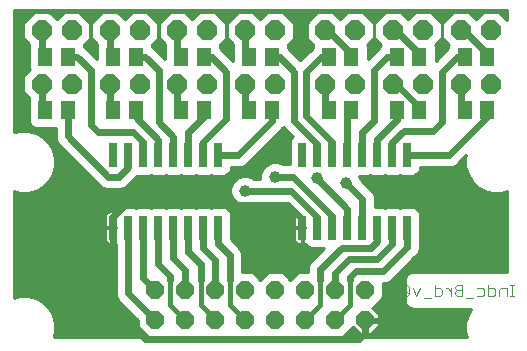
<source format=gbl>
G75*
G70*
%OFA0B0*%
%FSLAX24Y24*%
%IPPOS*%
%LPD*%
%AMOC8*
5,1,8,0,0,1.08239X$1,22.5*
%
%ADD10C,0.0030*%
%ADD11OC8,0.0660*%
%ADD12R,0.0260X0.0800*%
%ADD13R,0.0512X0.0630*%
%ADD14OC8,0.0600*%
%ADD15C,0.0240*%
%ADD16C,0.0100*%
%ADD17C,0.0160*%
%ADD18C,0.0396*%
D10*
X013586Y002289D02*
X013648Y002227D01*
X013771Y002227D01*
X013833Y002289D01*
X013586Y002536D01*
X013586Y002289D01*
X013586Y002536D02*
X013648Y002597D01*
X013771Y002597D01*
X013833Y002536D01*
X013833Y002289D01*
X013954Y002474D02*
X014078Y002227D01*
X014201Y002474D01*
X014691Y002474D02*
X014876Y002474D01*
X014938Y002412D01*
X014938Y002289D01*
X014876Y002227D01*
X014691Y002227D01*
X014691Y002597D01*
X015060Y002474D02*
X015121Y002474D01*
X015245Y002350D01*
X015366Y002350D02*
X015366Y002289D01*
X015428Y002227D01*
X015613Y002227D01*
X015613Y002597D01*
X015428Y002597D01*
X015366Y002536D01*
X015366Y002474D01*
X015428Y002412D01*
X015613Y002412D01*
X015428Y002412D02*
X015366Y002350D01*
X015245Y002227D02*
X015245Y002474D01*
X015735Y002165D02*
X015982Y002165D01*
X016103Y002227D02*
X016288Y002227D01*
X016350Y002289D01*
X016350Y002412D01*
X016288Y002474D01*
X016103Y002474D01*
X016471Y002474D02*
X016656Y002474D01*
X016718Y002412D01*
X016718Y002289D01*
X016656Y002227D01*
X016471Y002227D01*
X016471Y002597D01*
X016840Y002412D02*
X016840Y002227D01*
X016840Y002412D02*
X016901Y002474D01*
X017086Y002474D01*
X017086Y002227D01*
X017209Y002227D02*
X017332Y002227D01*
X017270Y002227D02*
X017270Y002597D01*
X017209Y002597D02*
X017332Y002597D01*
X014570Y002165D02*
X014323Y002165D01*
D11*
X014304Y009299D03*
X013304Y009299D03*
X012040Y009299D03*
X011040Y009299D03*
X009382Y009299D03*
X008382Y009299D03*
X007119Y009299D03*
X006119Y009299D03*
X004855Y009299D03*
X003855Y009299D03*
X002591Y009299D03*
X001591Y009299D03*
X001591Y011070D03*
X002591Y011070D03*
X003855Y011070D03*
X004855Y011070D03*
X006119Y011070D03*
X007119Y011070D03*
X008382Y011070D03*
X009382Y011070D03*
X011040Y011070D03*
X012040Y011070D03*
X013304Y011070D03*
X014304Y011070D03*
X015567Y011070D03*
X016567Y011070D03*
X016567Y009299D03*
X015567Y009299D03*
D12*
X013782Y006916D03*
X013282Y006916D03*
X012782Y006916D03*
X012282Y006916D03*
X011782Y006916D03*
X011282Y006916D03*
X010782Y006916D03*
X010282Y006916D03*
X007483Y006916D03*
X006983Y006916D03*
X006483Y006916D03*
X005983Y006916D03*
X005483Y006916D03*
X004983Y006916D03*
X004483Y006916D03*
X003983Y006916D03*
X003983Y004496D03*
X004483Y004496D03*
X004983Y004496D03*
X005483Y004496D03*
X005983Y004496D03*
X006483Y004496D03*
X006983Y004496D03*
X007483Y004496D03*
X010282Y004496D03*
X010782Y004496D03*
X011282Y004496D03*
X011782Y004496D03*
X012282Y004496D03*
X012782Y004496D03*
X013282Y004496D03*
X013782Y004496D03*
D13*
X013430Y008413D03*
X014178Y008413D03*
X015693Y008413D03*
X016441Y008413D03*
X016441Y010184D03*
X015693Y010184D03*
X014178Y010184D03*
X013430Y010184D03*
X011914Y010184D03*
X011166Y010184D03*
X009256Y010184D03*
X008508Y010184D03*
X006993Y010184D03*
X006245Y010184D03*
X004729Y010184D03*
X003981Y010184D03*
X002465Y010184D03*
X001717Y010184D03*
X001717Y008413D03*
X002465Y008413D03*
X003981Y008413D03*
X004729Y008413D03*
X006245Y008413D03*
X006993Y008413D03*
X008508Y008413D03*
X009256Y008413D03*
X011166Y008413D03*
X011914Y008413D03*
D14*
X012382Y002417D03*
X011382Y002417D03*
X010382Y002417D03*
X009382Y002417D03*
X008382Y002417D03*
X007382Y002417D03*
X006382Y002417D03*
X005382Y002417D03*
X005382Y001417D03*
X006382Y001417D03*
X007382Y001417D03*
X008382Y001417D03*
X009382Y001417D03*
X010382Y001417D03*
X011382Y001417D03*
X012382Y001417D03*
D15*
X012382Y000988D01*
X012180Y000785D01*
X005044Y000785D01*
X003983Y001846D01*
X003983Y004496D01*
X003983Y004891D01*
X004355Y005263D01*
X009817Y005263D01*
X010282Y004799D01*
X010282Y004496D01*
X010782Y004496D02*
X010782Y004840D01*
X009916Y005706D01*
X008400Y005706D01*
X008371Y005736D01*
X009363Y006186D02*
X009375Y006198D01*
X009965Y006198D01*
X011282Y004881D01*
X011282Y004496D01*
X011782Y004496D02*
X011782Y005119D01*
X010753Y006149D01*
X011737Y006001D02*
X012282Y005456D01*
X012282Y004496D01*
X012782Y004496D02*
X012782Y004045D01*
X012573Y003836D01*
X011589Y003836D01*
X010876Y003122D01*
X010876Y002753D01*
X011382Y002990D02*
X011382Y002417D01*
X011884Y002753D02*
X011884Y002852D01*
X012081Y003049D01*
X012967Y003049D01*
X013782Y003864D01*
X013782Y004496D01*
X013282Y004496D02*
X013282Y003954D01*
X012770Y003442D01*
X011835Y003442D01*
X011382Y002990D01*
X007869Y002740D02*
X007869Y003570D01*
X007483Y003956D01*
X007483Y004496D01*
X006983Y004496D02*
X006983Y003816D01*
X007382Y003417D01*
X007382Y002417D01*
X006889Y002753D02*
X006889Y003270D01*
X006483Y003677D01*
X006483Y004496D01*
X005983Y004496D02*
X005983Y003495D01*
X005979Y003491D01*
X006382Y003088D01*
X006382Y002417D01*
X005880Y002753D02*
X005880Y002901D01*
X005483Y003299D01*
X005483Y004496D01*
X004983Y004496D02*
X004983Y002814D01*
X005380Y002417D01*
X005382Y002417D01*
X004483Y002316D02*
X004483Y004496D01*
X004158Y006198D02*
X003814Y006198D01*
X002465Y007547D01*
X002465Y008413D01*
X001717Y008413D02*
X001591Y008539D01*
X001591Y009299D01*
X001717Y010184D02*
X001591Y010310D01*
X001591Y011070D01*
X002465Y010184D02*
X002780Y010184D01*
X003223Y009741D01*
X003223Y007921D01*
X003469Y007675D01*
X004650Y007675D01*
X004983Y007342D01*
X004983Y006916D01*
X005483Y006916D02*
X005483Y007432D01*
X004729Y008186D01*
X004729Y008413D01*
X005487Y008019D02*
X005487Y009741D01*
X005044Y010184D01*
X004729Y010184D01*
X003981Y010184D02*
X003855Y010310D01*
X003855Y011070D01*
X006119Y011070D02*
X006119Y010310D01*
X006245Y010184D01*
X006993Y010184D02*
X007258Y010184D01*
X007751Y009692D01*
X007751Y008117D01*
X006983Y007350D01*
X006983Y006916D01*
X007483Y006916D02*
X008124Y006916D01*
X009256Y008049D01*
X009256Y008413D01*
X008508Y008413D02*
X008382Y008539D01*
X008382Y009299D01*
X008508Y010184D02*
X008382Y010310D01*
X008382Y011070D01*
X009256Y010184D02*
X009522Y010184D01*
X010014Y009692D01*
X010014Y008068D01*
X010782Y007301D01*
X010782Y006916D01*
X011282Y006916D02*
X011282Y007342D01*
X010408Y008216D01*
X010408Y009692D01*
X010900Y010184D01*
X011166Y010184D01*
X011914Y010184D02*
X011914Y010302D01*
X011146Y011070D01*
X011040Y011070D01*
X012672Y009741D02*
X013115Y010184D01*
X013430Y010184D01*
X012672Y009741D02*
X012672Y008068D01*
X012282Y007678D01*
X012282Y006916D01*
X011782Y006916D02*
X011782Y008281D01*
X011914Y008413D01*
X011166Y008413D02*
X011040Y008539D01*
X011040Y009299D01*
X013304Y009299D02*
X013410Y009299D01*
X014178Y008531D01*
X014178Y008413D01*
X014640Y007724D02*
X014936Y008019D01*
X014936Y009692D01*
X015428Y010184D01*
X015693Y010184D01*
X016441Y010184D02*
X016441Y010302D01*
X015674Y011070D01*
X015567Y011070D01*
X014178Y010302D02*
X014178Y010184D01*
X014178Y010302D02*
X013410Y011070D01*
X013304Y011070D01*
X015567Y009299D02*
X015567Y008539D01*
X015693Y008413D01*
X016441Y008413D02*
X016441Y008196D01*
X015161Y006916D01*
X013782Y006916D01*
X013282Y006916D02*
X013282Y007350D01*
X013656Y007724D01*
X014640Y007724D01*
X013430Y008088D02*
X013430Y008413D01*
X013430Y008088D02*
X012782Y007440D01*
X012782Y006916D01*
X006993Y008196D02*
X006483Y007686D01*
X006483Y006916D01*
X005983Y006916D02*
X005983Y007523D01*
X005487Y008019D01*
X006119Y008539D02*
X006245Y008413D01*
X006119Y008539D02*
X006119Y009299D01*
X006993Y008413D02*
X006993Y008196D01*
X004483Y006916D02*
X004483Y006523D01*
X004158Y006198D01*
X003981Y008413D02*
X003855Y008539D01*
X003855Y009299D01*
X004483Y002316D02*
X005382Y001417D01*
D16*
X002049Y001041D02*
X001995Y000841D01*
X005124Y000841D01*
X004792Y001172D01*
X004792Y001427D01*
X004251Y001969D01*
X004135Y002084D01*
X004073Y002235D01*
X004073Y003946D01*
X003998Y003946D01*
X003998Y004481D01*
X003998Y004511D01*
X004063Y004511D01*
X004063Y004481D01*
X003998Y004481D01*
X003968Y004481D01*
X003968Y003946D01*
X003833Y003946D01*
X003795Y003956D01*
X003761Y003976D01*
X003733Y004004D01*
X003713Y004038D01*
X003703Y004076D01*
X003703Y004481D01*
X003968Y004481D01*
X003968Y004511D01*
X003968Y005046D01*
X003833Y005046D01*
X003795Y005036D01*
X003761Y005016D01*
X003733Y004988D01*
X003713Y004954D01*
X003703Y004916D01*
X003703Y004511D01*
X003968Y004511D01*
X003998Y004511D01*
X003998Y005046D01*
X004101Y005046D01*
X004107Y005060D01*
X004189Y005142D01*
X004295Y005186D01*
X004671Y005186D01*
X004733Y005160D01*
X004795Y005186D01*
X005171Y005186D01*
X005233Y005160D01*
X005295Y005186D01*
X005671Y005186D01*
X005733Y005160D01*
X005795Y005186D01*
X006171Y005186D01*
X006233Y005160D01*
X006295Y005186D01*
X006671Y005186D01*
X006733Y005160D01*
X006795Y005186D01*
X007171Y005186D01*
X007233Y005160D01*
X007295Y005186D01*
X007671Y005186D01*
X007777Y005142D01*
X007859Y005060D01*
X007903Y004954D01*
X007903Y004116D01*
X008216Y003802D01*
X008279Y003652D01*
X008279Y003007D01*
X008627Y003007D01*
X008882Y002751D01*
X009138Y003007D01*
X009627Y003007D01*
X009882Y002751D01*
X010138Y003007D01*
X010466Y003007D01*
X010466Y003204D01*
X010528Y003355D01*
X010986Y003813D01*
X010970Y003806D01*
X010594Y003806D01*
X010488Y003850D01*
X010406Y003932D01*
X010400Y003946D01*
X010297Y003946D01*
X010297Y004481D01*
X010267Y004481D01*
X010002Y004481D01*
X010002Y004076D01*
X010012Y004038D01*
X010032Y004004D01*
X010060Y003976D01*
X010094Y003956D01*
X010132Y003946D01*
X010267Y003946D01*
X010267Y004481D01*
X010267Y004511D01*
X010002Y004511D01*
X010002Y004916D01*
X010012Y004954D01*
X010032Y004988D01*
X010043Y004999D01*
X009746Y005296D01*
X008585Y005296D01*
X008468Y005247D01*
X008274Y005247D01*
X008094Y005322D01*
X007957Y005459D01*
X007883Y005638D01*
X007883Y005833D01*
X007957Y006012D01*
X008094Y006149D01*
X008274Y006224D01*
X008468Y006224D01*
X008647Y006149D01*
X008680Y006116D01*
X008875Y006116D01*
X008875Y006283D01*
X008949Y006463D01*
X009086Y006600D01*
X009266Y006674D01*
X009460Y006674D01*
X009620Y006608D01*
X009862Y006608D01*
X009862Y007374D01*
X009906Y007480D01*
X009964Y007538D01*
X009782Y007721D01*
X009667Y007836D01*
X009663Y007846D01*
X009607Y007823D01*
X009604Y007816D01*
X009489Y007701D01*
X008356Y006568D01*
X008205Y006506D01*
X007903Y006506D01*
X007903Y006458D01*
X007859Y006352D01*
X007777Y006270D01*
X007671Y006226D01*
X007295Y006226D01*
X007233Y006252D01*
X007171Y006226D01*
X006795Y006226D01*
X006733Y006252D01*
X006671Y006226D01*
X006295Y006226D01*
X006233Y006252D01*
X006171Y006226D01*
X005795Y006226D01*
X005733Y006252D01*
X005671Y006226D01*
X005295Y006226D01*
X005233Y006252D01*
X005171Y006226D01*
X004795Y006226D01*
X004774Y006235D01*
X004506Y005966D01*
X004390Y005851D01*
X004240Y005788D01*
X003732Y005788D01*
X003581Y005851D01*
X002118Y007314D01*
X002055Y007465D01*
X002055Y007818D01*
X002031Y007808D01*
X001403Y007808D01*
X001297Y007852D01*
X001215Y007933D01*
X001171Y008040D01*
X001171Y008785D01*
X001181Y008809D01*
X001181Y008832D01*
X000971Y009042D01*
X000971Y009555D01*
X001188Y009772D01*
X001171Y009812D01*
X001171Y010557D01*
X001181Y010581D01*
X001181Y010603D01*
X000971Y010813D01*
X000971Y011327D01*
X001334Y011690D01*
X001848Y011690D01*
X002091Y011447D01*
X002334Y011690D01*
X002848Y011690D01*
X003211Y011327D01*
X003211Y010813D01*
X002995Y010597D01*
X003011Y010557D01*
X003011Y010533D01*
X003012Y010532D01*
X003128Y010417D01*
X003435Y010109D01*
X003435Y010557D01*
X003445Y010581D01*
X003445Y010603D01*
X003235Y010813D01*
X003235Y011327D01*
X003598Y011690D01*
X004112Y011690D01*
X004355Y011447D01*
X004598Y011690D01*
X005112Y011690D01*
X005475Y011327D01*
X005475Y010813D01*
X005258Y010597D01*
X005275Y010557D01*
X005275Y010533D01*
X005276Y010532D01*
X005391Y010417D01*
X005699Y010109D01*
X005699Y010557D01*
X005709Y010581D01*
X005709Y010603D01*
X005499Y010813D01*
X005499Y011327D01*
X005862Y011690D01*
X006375Y011690D01*
X006619Y011447D01*
X006862Y011690D01*
X007375Y011690D01*
X007739Y011327D01*
X007739Y010813D01*
X007522Y010597D01*
X007539Y010557D01*
X007539Y010484D01*
X007606Y010417D01*
X007963Y010060D01*
X007963Y010557D01*
X007972Y010581D01*
X007972Y010603D01*
X007762Y010813D01*
X007762Y011327D01*
X008126Y011690D01*
X008639Y011690D01*
X008882Y011447D01*
X009126Y011690D01*
X009639Y011690D01*
X010002Y011327D01*
X010002Y010813D01*
X009786Y010597D01*
X009802Y010557D01*
X009802Y010484D01*
X009870Y010417D01*
X010211Y010075D01*
X010553Y010417D01*
X010553Y010417D01*
X010620Y010484D01*
X010620Y010557D01*
X010636Y010597D01*
X010420Y010813D01*
X010420Y011327D01*
X010783Y011690D01*
X011297Y011690D01*
X011540Y011447D01*
X011783Y011690D01*
X012297Y011690D01*
X012660Y011327D01*
X012660Y010813D01*
X012443Y010597D01*
X012460Y010557D01*
X012460Y010109D01*
X012767Y010417D01*
X012882Y010532D01*
X012884Y010533D01*
X012884Y010557D01*
X012900Y010597D01*
X012684Y010813D01*
X012684Y011327D01*
X013047Y011690D01*
X013561Y011690D01*
X013804Y011447D01*
X014047Y011690D01*
X014561Y011690D01*
X014924Y011327D01*
X014924Y010813D01*
X014707Y010597D01*
X014724Y010557D01*
X014724Y010060D01*
X015080Y010417D01*
X015148Y010484D01*
X015148Y010557D01*
X015164Y010597D01*
X014947Y010813D01*
X014947Y011327D01*
X015311Y011690D01*
X015824Y011690D01*
X016067Y011447D01*
X016311Y011690D01*
X016824Y011690D01*
X017094Y011421D01*
X017094Y011752D01*
X000671Y011752D01*
X000671Y007677D01*
X000871Y007731D01*
X001145Y007731D01*
X001410Y007660D01*
X001647Y007523D01*
X001841Y007329D01*
X001978Y007092D01*
X002049Y006827D01*
X002049Y006553D01*
X001978Y006289D01*
X001841Y006051D01*
X001647Y005858D01*
X001410Y005721D01*
X001145Y005650D01*
X000871Y005650D01*
X000671Y005703D01*
X000671Y002165D01*
X000871Y002219D01*
X001145Y002219D01*
X001410Y002148D01*
X001647Y002011D01*
X001841Y001817D01*
X001978Y001580D01*
X002049Y001315D01*
X002049Y001041D01*
X002049Y001081D02*
X004884Y001081D01*
X004792Y001179D02*
X002049Y001179D01*
X002049Y001278D02*
X004792Y001278D01*
X004792Y001376D02*
X002033Y001376D01*
X002006Y001475D02*
X004745Y001475D01*
X004646Y001573D02*
X001980Y001573D01*
X001925Y001672D02*
X004548Y001672D01*
X004449Y001770D02*
X001868Y001770D01*
X001790Y001869D02*
X004351Y001869D01*
X004252Y001967D02*
X001691Y001967D01*
X001553Y002066D02*
X004154Y002066D01*
X004102Y002164D02*
X001350Y002164D01*
X000671Y002263D02*
X004073Y002263D01*
X004073Y002361D02*
X000671Y002361D01*
X000671Y002460D02*
X004073Y002460D01*
X004073Y002558D02*
X000671Y002558D01*
X000671Y002657D02*
X004073Y002657D01*
X004073Y002755D02*
X000671Y002755D01*
X000671Y002854D02*
X004073Y002854D01*
X004073Y002952D02*
X000671Y002952D01*
X000671Y003051D02*
X004073Y003051D01*
X004073Y003149D02*
X000671Y003149D01*
X000671Y003248D02*
X004073Y003248D01*
X004073Y003346D02*
X000671Y003346D01*
X000671Y003445D02*
X004073Y003445D01*
X004073Y003543D02*
X000671Y003543D01*
X000671Y003642D02*
X004073Y003642D01*
X004073Y003740D02*
X000671Y003740D01*
X000671Y003839D02*
X004073Y003839D01*
X004073Y003937D02*
X000671Y003937D01*
X000671Y004036D02*
X003715Y004036D01*
X003703Y004134D02*
X000671Y004134D01*
X000671Y004233D02*
X003703Y004233D01*
X003703Y004331D02*
X000671Y004331D01*
X000671Y004430D02*
X003703Y004430D01*
X003703Y004528D02*
X000671Y004528D01*
X000671Y004627D02*
X003703Y004627D01*
X003703Y004725D02*
X000671Y004725D01*
X000671Y004824D02*
X003703Y004824D01*
X003705Y004922D02*
X000671Y004922D01*
X000671Y005021D02*
X003769Y005021D01*
X003968Y005021D02*
X003998Y005021D01*
X003998Y004922D02*
X003968Y004922D01*
X003968Y004824D02*
X003998Y004824D01*
X003998Y004725D02*
X003968Y004725D01*
X003968Y004627D02*
X003998Y004627D01*
X003998Y004528D02*
X003968Y004528D01*
X003968Y004430D02*
X003998Y004430D01*
X003998Y004331D02*
X003968Y004331D01*
X003968Y004233D02*
X003998Y004233D01*
X003998Y004134D02*
X003968Y004134D01*
X003968Y004036D02*
X003998Y004036D01*
X004166Y005119D02*
X000671Y005119D01*
X000671Y005218D02*
X009825Y005218D01*
X009923Y005119D02*
X007800Y005119D01*
X007875Y005021D02*
X010022Y005021D01*
X010004Y004922D02*
X007903Y004922D01*
X007903Y004824D02*
X010002Y004824D01*
X010002Y004725D02*
X007903Y004725D01*
X007903Y004627D02*
X010002Y004627D01*
X010002Y004528D02*
X007903Y004528D01*
X007903Y004430D02*
X010002Y004430D01*
X010002Y004331D02*
X007903Y004331D01*
X007903Y004233D02*
X010002Y004233D01*
X010002Y004134D02*
X007903Y004134D01*
X007983Y004036D02*
X010014Y004036D01*
X010267Y004036D02*
X010297Y004036D01*
X010297Y004134D02*
X010267Y004134D01*
X010267Y004233D02*
X010297Y004233D01*
X010297Y004331D02*
X010267Y004331D01*
X010267Y004430D02*
X010297Y004430D01*
X010297Y004481D02*
X010297Y004511D01*
X010297Y004745D01*
X010267Y004775D01*
X010267Y004511D01*
X010297Y004511D01*
X010362Y004511D01*
X010362Y004481D01*
X010297Y004481D01*
X010297Y004528D02*
X010267Y004528D01*
X010267Y004627D02*
X010297Y004627D01*
X010297Y004725D02*
X010267Y004725D01*
X010404Y003937D02*
X008082Y003937D01*
X008180Y003839D02*
X010516Y003839D01*
X010815Y003642D02*
X008279Y003642D01*
X008279Y003543D02*
X010716Y003543D01*
X010618Y003445D02*
X008279Y003445D01*
X008279Y003346D02*
X010524Y003346D01*
X010484Y003248D02*
X008279Y003248D01*
X008279Y003149D02*
X010466Y003149D01*
X010466Y003051D02*
X008279Y003051D01*
X008681Y002952D02*
X009083Y002952D01*
X008985Y002854D02*
X008780Y002854D01*
X008878Y002755D02*
X008886Y002755D01*
X009681Y002952D02*
X010083Y002952D01*
X009985Y002854D02*
X009780Y002854D01*
X009878Y002755D02*
X009886Y002755D01*
X010913Y003740D02*
X008242Y003740D01*
X008108Y005316D02*
X000671Y005316D01*
X000671Y005415D02*
X008001Y005415D01*
X007934Y005513D02*
X000671Y005513D01*
X000671Y005612D02*
X007894Y005612D01*
X007883Y005710D02*
X001371Y005710D01*
X001562Y005809D02*
X003683Y005809D01*
X003525Y005907D02*
X001697Y005907D01*
X001795Y006006D02*
X003426Y006006D01*
X003328Y006104D02*
X001872Y006104D01*
X001928Y006203D02*
X003229Y006203D01*
X003131Y006301D02*
X001981Y006301D01*
X002008Y006400D02*
X003032Y006400D01*
X002934Y006498D02*
X002034Y006498D01*
X002049Y006597D02*
X002835Y006597D01*
X002737Y006695D02*
X002049Y006695D01*
X002049Y006794D02*
X002638Y006794D01*
X002540Y006892D02*
X002032Y006892D01*
X002005Y006991D02*
X002441Y006991D01*
X002343Y007089D02*
X001979Y007089D01*
X001923Y007188D02*
X002244Y007188D01*
X002146Y007286D02*
X001866Y007286D01*
X001786Y007385D02*
X002088Y007385D01*
X002055Y007483D02*
X001687Y007483D01*
X001546Y007582D02*
X002055Y007582D01*
X002055Y007680D02*
X001335Y007680D01*
X001272Y007877D02*
X000671Y007877D01*
X000671Y007779D02*
X002055Y007779D01*
X001198Y007976D02*
X000671Y007976D01*
X000671Y008074D02*
X001171Y008074D01*
X001171Y008173D02*
X000671Y008173D01*
X000671Y008271D02*
X001171Y008271D01*
X001171Y008370D02*
X000671Y008370D01*
X000671Y008468D02*
X001171Y008468D01*
X001171Y008567D02*
X000671Y008567D01*
X000671Y008665D02*
X001171Y008665D01*
X001171Y008764D02*
X000671Y008764D01*
X000671Y008862D02*
X001151Y008862D01*
X001052Y008961D02*
X000671Y008961D01*
X000671Y009059D02*
X000971Y009059D01*
X000971Y009158D02*
X000671Y009158D01*
X000671Y009256D02*
X000971Y009256D01*
X000971Y009355D02*
X000671Y009355D01*
X000671Y009453D02*
X000971Y009453D01*
X000971Y009552D02*
X000671Y009552D01*
X000671Y009650D02*
X001066Y009650D01*
X001164Y009749D02*
X000671Y009749D01*
X000671Y009847D02*
X001171Y009847D01*
X001171Y009946D02*
X000671Y009946D01*
X000671Y010044D02*
X001171Y010044D01*
X001171Y010143D02*
X000671Y010143D01*
X000671Y010241D02*
X001171Y010241D01*
X001171Y010340D02*
X000671Y010340D01*
X000671Y010438D02*
X001171Y010438D01*
X001171Y010537D02*
X000671Y010537D01*
X000671Y010635D02*
X001149Y010635D01*
X001051Y010734D02*
X000671Y010734D01*
X000671Y010832D02*
X000971Y010832D01*
X000971Y010931D02*
X000671Y010931D01*
X000671Y011029D02*
X000971Y011029D01*
X000971Y011128D02*
X000671Y011128D01*
X000671Y011226D02*
X000971Y011226D01*
X000971Y011325D02*
X000671Y011325D01*
X000671Y011423D02*
X001067Y011423D01*
X001166Y011522D02*
X000671Y011522D01*
X000671Y011620D02*
X001264Y011620D01*
X000671Y011719D02*
X017094Y011719D01*
X017094Y011620D02*
X016894Y011620D01*
X016993Y011522D02*
X017094Y011522D01*
X017091Y011423D02*
X017094Y011423D01*
X016241Y011620D02*
X015894Y011620D01*
X015993Y011522D02*
X016142Y011522D01*
X015241Y011620D02*
X014631Y011620D01*
X014729Y011522D02*
X015142Y011522D01*
X015044Y011423D02*
X014828Y011423D01*
X014924Y011325D02*
X014947Y011325D01*
X014947Y011226D02*
X014924Y011226D01*
X014924Y011128D02*
X014947Y011128D01*
X014947Y011029D02*
X014924Y011029D01*
X014924Y010931D02*
X014947Y010931D01*
X014947Y010832D02*
X014924Y010832D01*
X014844Y010734D02*
X015027Y010734D01*
X015126Y010635D02*
X014745Y010635D01*
X014724Y010537D02*
X015148Y010537D01*
X015102Y010438D02*
X014724Y010438D01*
X014724Y010340D02*
X015003Y010340D01*
X014905Y010241D02*
X014724Y010241D01*
X014724Y010143D02*
X014806Y010143D01*
X013878Y011522D02*
X013729Y011522D01*
X013631Y011620D02*
X013977Y011620D01*
X012977Y011620D02*
X012367Y011620D01*
X012465Y011522D02*
X012878Y011522D01*
X012780Y011423D02*
X012564Y011423D01*
X012660Y011325D02*
X012684Y011325D01*
X012684Y011226D02*
X012660Y011226D01*
X012660Y011128D02*
X012684Y011128D01*
X012684Y011029D02*
X012660Y011029D01*
X012660Y010931D02*
X012684Y010931D01*
X012684Y010832D02*
X012660Y010832D01*
X012580Y010734D02*
X012764Y010734D01*
X012862Y010635D02*
X012482Y010635D01*
X012460Y010537D02*
X012884Y010537D01*
X012789Y010438D02*
X012460Y010438D01*
X012460Y010340D02*
X012690Y010340D01*
X012592Y010241D02*
X012460Y010241D01*
X012460Y010143D02*
X012493Y010143D01*
X010620Y010537D02*
X009802Y010537D01*
X009824Y010635D02*
X010598Y010635D01*
X010500Y010734D02*
X009923Y010734D01*
X010002Y010832D02*
X010420Y010832D01*
X010420Y010931D02*
X010002Y010931D01*
X010002Y011029D02*
X010420Y011029D01*
X010420Y011128D02*
X010002Y011128D01*
X010002Y011226D02*
X010420Y011226D01*
X010420Y011325D02*
X010002Y011325D01*
X009906Y011423D02*
X010516Y011423D01*
X010615Y011522D02*
X009808Y011522D01*
X009709Y011620D02*
X010713Y011620D01*
X011367Y011620D02*
X011713Y011620D01*
X011615Y011522D02*
X011465Y011522D01*
X010574Y010438D02*
X009848Y010438D01*
X009947Y010340D02*
X010476Y010340D01*
X010377Y010241D02*
X010045Y010241D01*
X010144Y010143D02*
X010279Y010143D01*
X008957Y011522D02*
X008808Y011522D01*
X008709Y011620D02*
X009056Y011620D01*
X008056Y011620D02*
X007446Y011620D01*
X007544Y011522D02*
X007957Y011522D01*
X007859Y011423D02*
X007643Y011423D01*
X007739Y011325D02*
X007762Y011325D01*
X007762Y011226D02*
X007739Y011226D01*
X007739Y011128D02*
X007762Y011128D01*
X007762Y011029D02*
X007739Y011029D01*
X007739Y010931D02*
X007762Y010931D01*
X007762Y010832D02*
X007739Y010832D01*
X007659Y010734D02*
X007842Y010734D01*
X007941Y010635D02*
X007560Y010635D01*
X007539Y010537D02*
X007963Y010537D01*
X007963Y010438D02*
X007585Y010438D01*
X007683Y010340D02*
X007963Y010340D01*
X007963Y010241D02*
X007782Y010241D01*
X007880Y010143D02*
X007963Y010143D01*
X006693Y011522D02*
X006544Y011522D01*
X006446Y011620D02*
X006792Y011620D01*
X005792Y011620D02*
X005182Y011620D01*
X005280Y011522D02*
X005693Y011522D01*
X005595Y011423D02*
X005379Y011423D01*
X005475Y011325D02*
X005499Y011325D01*
X005499Y011226D02*
X005475Y011226D01*
X005475Y011128D02*
X005499Y011128D01*
X005499Y011029D02*
X005475Y011029D01*
X005475Y010931D02*
X005499Y010931D01*
X005499Y010832D02*
X005475Y010832D01*
X005395Y010734D02*
X005578Y010734D01*
X005677Y010635D02*
X005297Y010635D01*
X005275Y010537D02*
X005699Y010537D01*
X005699Y010438D02*
X005370Y010438D01*
X005468Y010340D02*
X005699Y010340D01*
X005699Y010241D02*
X005567Y010241D01*
X005665Y010143D02*
X005699Y010143D01*
X004429Y011522D02*
X004280Y011522D01*
X004182Y011620D02*
X004528Y011620D01*
X003528Y011620D02*
X002918Y011620D01*
X003017Y011522D02*
X003429Y011522D01*
X003331Y011423D02*
X003115Y011423D01*
X003211Y011325D02*
X003235Y011325D01*
X003235Y011226D02*
X003211Y011226D01*
X003211Y011128D02*
X003235Y011128D01*
X003235Y011029D02*
X003211Y011029D01*
X003211Y010931D02*
X003235Y010931D01*
X003235Y010832D02*
X003211Y010832D01*
X003131Y010734D02*
X003315Y010734D01*
X003413Y010635D02*
X003033Y010635D01*
X003011Y010537D02*
X003435Y010537D01*
X003435Y010438D02*
X003106Y010438D01*
X003205Y010340D02*
X003435Y010340D01*
X003435Y010241D02*
X003303Y010241D01*
X003402Y010143D02*
X003435Y010143D01*
X002166Y011522D02*
X002017Y011522D01*
X001918Y011620D02*
X002264Y011620D01*
X000682Y007680D02*
X000671Y007680D01*
X004289Y005809D02*
X007883Y005809D01*
X007913Y005907D02*
X004447Y005907D01*
X004545Y006006D02*
X007954Y006006D01*
X008049Y006104D02*
X004644Y006104D01*
X004742Y006203D02*
X008223Y006203D01*
X008519Y006203D02*
X008875Y006203D01*
X008882Y006301D02*
X007808Y006301D01*
X007878Y006400D02*
X008923Y006400D01*
X008984Y006498D02*
X007903Y006498D01*
X008384Y006597D02*
X009083Y006597D01*
X008778Y006991D02*
X009862Y006991D01*
X009862Y007089D02*
X008877Y007089D01*
X008975Y007188D02*
X009862Y007188D01*
X009862Y007286D02*
X009074Y007286D01*
X009172Y007385D02*
X009867Y007385D01*
X009909Y007483D02*
X009271Y007483D01*
X009369Y007582D02*
X009921Y007582D01*
X009823Y007680D02*
X009468Y007680D01*
X009566Y007779D02*
X009724Y007779D01*
X009862Y006892D02*
X008680Y006892D01*
X008581Y006794D02*
X009862Y006794D01*
X009862Y006695D02*
X008483Y006695D01*
X012172Y006226D02*
X012225Y006098D01*
X012225Y006093D01*
X012630Y005688D01*
X012692Y005538D01*
X012692Y005186D01*
X012970Y005186D01*
X013032Y005160D01*
X013094Y005186D01*
X013470Y005186D01*
X013532Y005160D01*
X013594Y005186D01*
X013970Y005186D01*
X014076Y005142D01*
X014158Y005060D01*
X014202Y004954D01*
X014202Y004038D01*
X014192Y004014D01*
X014192Y003782D01*
X014130Y003631D01*
X014014Y003516D01*
X013199Y002701D01*
X013049Y002639D01*
X012972Y002639D01*
X012972Y002172D01*
X012627Y001827D01*
X012609Y001827D01*
X012832Y001603D01*
X012832Y001467D01*
X012432Y001467D01*
X012432Y001367D01*
X012432Y000967D01*
X012569Y000967D01*
X012832Y001230D01*
X012832Y001367D01*
X012432Y001367D01*
X012332Y001367D01*
X012332Y000967D01*
X012196Y000967D01*
X011972Y001190D01*
X011972Y001172D01*
X011641Y000841D01*
X015770Y000841D01*
X015716Y001041D01*
X015716Y001315D01*
X015787Y001580D01*
X015907Y001789D01*
X013977Y001789D01*
X013949Y001791D01*
X013921Y001797D01*
X013893Y001805D01*
X013867Y001816D01*
X013842Y001830D01*
X013818Y001845D01*
X013796Y001863D01*
X013776Y001884D01*
X013758Y001906D01*
X013742Y001929D01*
X013729Y001954D01*
X013718Y001981D01*
X013710Y002008D01*
X013704Y002036D01*
X013701Y002064D01*
X013701Y002760D01*
X013704Y002788D01*
X013710Y002816D01*
X013718Y002843D01*
X013729Y002869D01*
X013742Y002895D01*
X013758Y002918D01*
X013776Y002940D01*
X013796Y002960D01*
X013818Y002978D01*
X013842Y002994D01*
X013867Y003008D01*
X013893Y003019D01*
X013921Y003027D01*
X013949Y003032D01*
X013977Y003035D01*
X017094Y003035D01*
X017094Y005703D01*
X016893Y005650D01*
X016619Y005650D01*
X016355Y005721D01*
X016118Y005858D01*
X015924Y006051D01*
X015787Y006289D01*
X015716Y006553D01*
X015716Y006827D01*
X015739Y006914D01*
X015509Y006684D01*
X015394Y006568D01*
X015243Y006506D01*
X014202Y006506D01*
X014202Y006458D01*
X014158Y006352D01*
X014076Y006270D01*
X013970Y006226D01*
X013594Y006226D01*
X013532Y006252D01*
X013470Y006226D01*
X013094Y006226D01*
X013032Y006252D01*
X012970Y006226D01*
X012594Y006226D01*
X012532Y006252D01*
X012470Y006226D01*
X012172Y006226D01*
X012182Y006203D02*
X015837Y006203D01*
X015783Y006301D02*
X014107Y006301D01*
X014178Y006400D02*
X015757Y006400D01*
X015731Y006498D02*
X014202Y006498D01*
X015422Y006597D02*
X015716Y006597D01*
X015716Y006695D02*
X015520Y006695D01*
X015619Y006794D02*
X015716Y006794D01*
X015717Y006892D02*
X015733Y006892D01*
X015893Y006104D02*
X012223Y006104D01*
X012312Y006006D02*
X015970Y006006D01*
X016068Y005907D02*
X012411Y005907D01*
X012509Y005809D02*
X016203Y005809D01*
X016394Y005710D02*
X012608Y005710D01*
X012661Y005612D02*
X017094Y005612D01*
X017094Y005513D02*
X012692Y005513D01*
X012692Y005415D02*
X017094Y005415D01*
X017094Y005316D02*
X012692Y005316D01*
X012692Y005218D02*
X017094Y005218D01*
X017094Y005119D02*
X014099Y005119D01*
X014174Y005021D02*
X017094Y005021D01*
X017094Y004922D02*
X014202Y004922D01*
X014202Y004824D02*
X017094Y004824D01*
X017094Y004725D02*
X014202Y004725D01*
X014202Y004627D02*
X017094Y004627D01*
X017094Y004528D02*
X014202Y004528D01*
X014202Y004430D02*
X017094Y004430D01*
X017094Y004331D02*
X014202Y004331D01*
X014202Y004233D02*
X017094Y004233D01*
X017094Y004134D02*
X014202Y004134D01*
X014201Y004036D02*
X017094Y004036D01*
X017094Y003937D02*
X014192Y003937D01*
X014192Y003839D02*
X017094Y003839D01*
X017094Y003740D02*
X014175Y003740D01*
X014134Y003642D02*
X017094Y003642D01*
X017094Y003543D02*
X014041Y003543D01*
X013943Y003445D02*
X017094Y003445D01*
X017094Y003346D02*
X013844Y003346D01*
X013746Y003248D02*
X017094Y003248D01*
X017094Y003149D02*
X013647Y003149D01*
X013549Y003051D02*
X017094Y003051D01*
X015896Y001770D02*
X012665Y001770D01*
X012669Y001869D02*
X013791Y001869D01*
X013724Y001967D02*
X012767Y001967D01*
X012866Y002066D02*
X013701Y002066D01*
X013701Y002164D02*
X012964Y002164D01*
X012972Y002263D02*
X013701Y002263D01*
X013701Y002361D02*
X012972Y002361D01*
X012972Y002460D02*
X013701Y002460D01*
X013701Y002558D02*
X012972Y002558D01*
X013092Y002657D02*
X013701Y002657D01*
X013701Y002755D02*
X013253Y002755D01*
X013352Y002854D02*
X013722Y002854D01*
X013788Y002952D02*
X013450Y002952D01*
X012764Y001672D02*
X015840Y001672D01*
X015785Y001573D02*
X012832Y001573D01*
X012832Y001475D02*
X015759Y001475D01*
X015732Y001376D02*
X012432Y001376D01*
X012432Y001278D02*
X012332Y001278D01*
X012332Y001179D02*
X012432Y001179D01*
X012432Y001081D02*
X012332Y001081D01*
X012332Y000982D02*
X012432Y000982D01*
X012584Y000982D02*
X015732Y000982D01*
X015716Y001081D02*
X012683Y001081D01*
X012781Y001179D02*
X015716Y001179D01*
X015716Y001278D02*
X012832Y001278D01*
X012181Y000982D02*
X011782Y000982D01*
X011684Y000884D02*
X015758Y000884D01*
X012082Y001081D02*
X011881Y001081D01*
X011972Y001179D02*
X011984Y001179D01*
X005081Y000884D02*
X002007Y000884D01*
X002033Y000982D02*
X004983Y000982D01*
D17*
X005880Y001919D02*
X006382Y001417D01*
X006889Y001910D02*
X007382Y001417D01*
X006889Y001910D02*
X006889Y002753D01*
X005880Y002753D02*
X005880Y001919D01*
X007869Y001930D02*
X008382Y001417D01*
X007869Y001930D02*
X007869Y002740D01*
X010382Y001417D02*
X010876Y001910D01*
X010876Y002753D01*
X011884Y002753D02*
X011884Y001919D01*
X011382Y001417D01*
D18*
X008371Y005736D03*
X009363Y006186D03*
X010753Y006149D03*
X011737Y006001D03*
M02*

</source>
